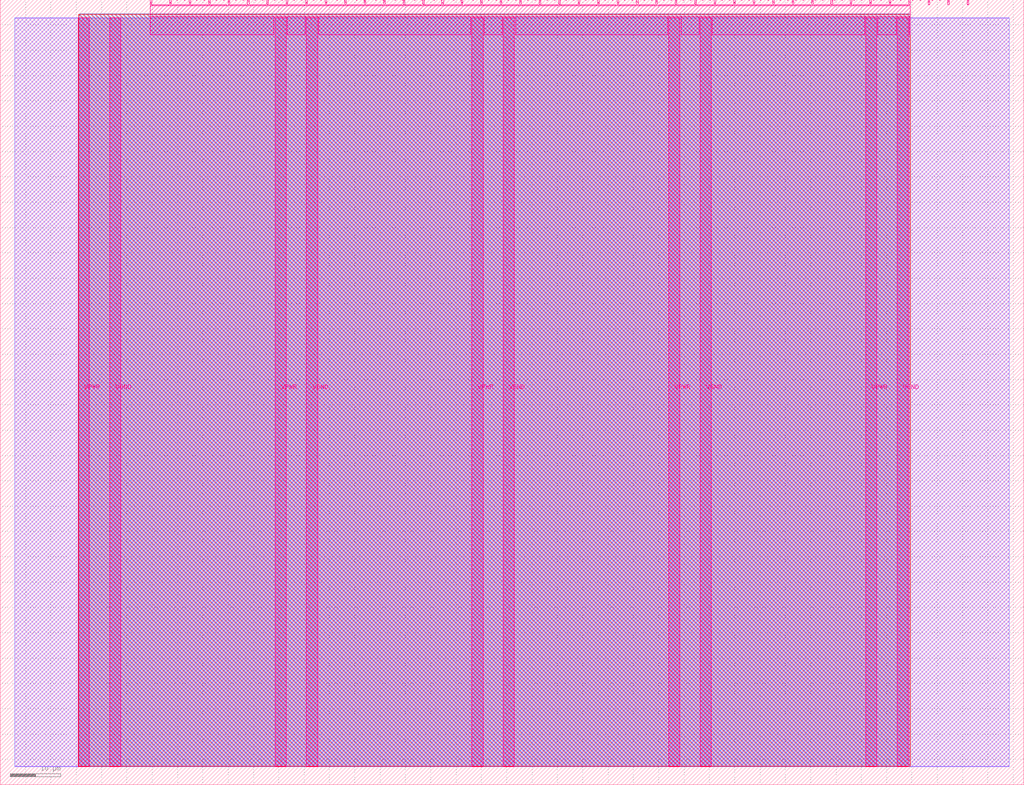
<source format=lef>
VERSION 5.7 ;
  NOWIREEXTENSIONATPIN ON ;
  DIVIDERCHAR "/" ;
  BUSBITCHARS "[]" ;
MACRO tt_um_wokwi_434917624377094145
  CLASS BLOCK ;
  FOREIGN tt_um_wokwi_434917624377094145 ;
  ORIGIN 0.000 0.000 ;
  SIZE 202.080 BY 154.980 ;
  PIN VGND
    DIRECTION INOUT ;
    USE GROUND ;
    PORT
      LAYER Metal5 ;
        RECT 21.580 3.560 23.780 151.420 ;
    END
    PORT
      LAYER Metal5 ;
        RECT 60.450 3.560 62.650 151.420 ;
    END
    PORT
      LAYER Metal5 ;
        RECT 99.320 3.560 101.520 151.420 ;
    END
    PORT
      LAYER Metal5 ;
        RECT 138.190 3.560 140.390 151.420 ;
    END
    PORT
      LAYER Metal5 ;
        RECT 177.060 3.560 179.260 151.420 ;
    END
  END VGND
  PIN VPWR
    DIRECTION INOUT ;
    USE POWER ;
    PORT
      LAYER Metal5 ;
        RECT 15.380 3.560 17.580 151.420 ;
    END
    PORT
      LAYER Metal5 ;
        RECT 54.250 3.560 56.450 151.420 ;
    END
    PORT
      LAYER Metal5 ;
        RECT 93.120 3.560 95.320 151.420 ;
    END
    PORT
      LAYER Metal5 ;
        RECT 131.990 3.560 134.190 151.420 ;
    END
    PORT
      LAYER Metal5 ;
        RECT 170.860 3.560 173.060 151.420 ;
    END
  END VPWR
  PIN clk
    DIRECTION INPUT ;
    USE SIGNAL ;
    PORT
      LAYER Metal5 ;
        RECT 187.050 153.980 187.350 154.980 ;
    END
  END clk
  PIN ena
    DIRECTION INPUT ;
    USE SIGNAL ;
    PORT
      LAYER Metal5 ;
        RECT 190.890 153.980 191.190 154.980 ;
    END
  END ena
  PIN rst_n
    DIRECTION INPUT ;
    USE SIGNAL ;
    PORT
      LAYER Metal5 ;
        RECT 183.210 153.980 183.510 154.980 ;
    END
  END rst_n
  PIN ui_in[0]
    DIRECTION INPUT ;
    USE SIGNAL ;
    ANTENNAGATEAREA 0.361400 ;
    PORT
      LAYER Metal5 ;
        RECT 179.370 153.980 179.670 154.980 ;
    END
  END ui_in[0]
  PIN ui_in[1]
    DIRECTION INPUT ;
    USE SIGNAL ;
    ANTENNAGATEAREA 0.180700 ;
    PORT
      LAYER Metal5 ;
        RECT 175.530 153.980 175.830 154.980 ;
    END
  END ui_in[1]
  PIN ui_in[2]
    DIRECTION INPUT ;
    USE SIGNAL ;
    PORT
      LAYER Metal5 ;
        RECT 171.690 153.980 171.990 154.980 ;
    END
  END ui_in[2]
  PIN ui_in[3]
    DIRECTION INPUT ;
    USE SIGNAL ;
    ANTENNAGATEAREA 0.180700 ;
    PORT
      LAYER Metal5 ;
        RECT 167.850 153.980 168.150 154.980 ;
    END
  END ui_in[3]
  PIN ui_in[4]
    DIRECTION INPUT ;
    USE SIGNAL ;
    ANTENNAGATEAREA 0.180700 ;
    PORT
      LAYER Metal5 ;
        RECT 164.010 153.980 164.310 154.980 ;
    END
  END ui_in[4]
  PIN ui_in[5]
    DIRECTION INPUT ;
    USE SIGNAL ;
    ANTENNAGATEAREA 0.180700 ;
    PORT
      LAYER Metal5 ;
        RECT 160.170 153.980 160.470 154.980 ;
    END
  END ui_in[5]
  PIN ui_in[6]
    DIRECTION INPUT ;
    USE SIGNAL ;
    ANTENNAGATEAREA 0.180700 ;
    PORT
      LAYER Metal5 ;
        RECT 156.330 153.980 156.630 154.980 ;
    END
  END ui_in[6]
  PIN ui_in[7]
    DIRECTION INPUT ;
    USE SIGNAL ;
    ANTENNAGATEAREA 0.180700 ;
    PORT
      LAYER Metal5 ;
        RECT 152.490 153.980 152.790 154.980 ;
    END
  END ui_in[7]
  PIN uio_in[0]
    DIRECTION INPUT ;
    USE SIGNAL ;
    PORT
      LAYER Metal5 ;
        RECT 148.650 153.980 148.950 154.980 ;
    END
  END uio_in[0]
  PIN uio_in[1]
    DIRECTION INPUT ;
    USE SIGNAL ;
    PORT
      LAYER Metal5 ;
        RECT 144.810 153.980 145.110 154.980 ;
    END
  END uio_in[1]
  PIN uio_in[2]
    DIRECTION INPUT ;
    USE SIGNAL ;
    PORT
      LAYER Metal5 ;
        RECT 140.970 153.980 141.270 154.980 ;
    END
  END uio_in[2]
  PIN uio_in[3]
    DIRECTION INPUT ;
    USE SIGNAL ;
    PORT
      LAYER Metal5 ;
        RECT 137.130 153.980 137.430 154.980 ;
    END
  END uio_in[3]
  PIN uio_in[4]
    DIRECTION INPUT ;
    USE SIGNAL ;
    PORT
      LAYER Metal5 ;
        RECT 133.290 153.980 133.590 154.980 ;
    END
  END uio_in[4]
  PIN uio_in[5]
    DIRECTION INPUT ;
    USE SIGNAL ;
    PORT
      LAYER Metal5 ;
        RECT 129.450 153.980 129.750 154.980 ;
    END
  END uio_in[5]
  PIN uio_in[6]
    DIRECTION INPUT ;
    USE SIGNAL ;
    PORT
      LAYER Metal5 ;
        RECT 125.610 153.980 125.910 154.980 ;
    END
  END uio_in[6]
  PIN uio_in[7]
    DIRECTION INPUT ;
    USE SIGNAL ;
    PORT
      LAYER Metal5 ;
        RECT 121.770 153.980 122.070 154.980 ;
    END
  END uio_in[7]
  PIN uio_oe[0]
    DIRECTION OUTPUT ;
    USE SIGNAL ;
    ANTENNADIFFAREA 0.299200 ;
    PORT
      LAYER Metal5 ;
        RECT 56.490 153.980 56.790 154.980 ;
    END
  END uio_oe[0]
  PIN uio_oe[1]
    DIRECTION OUTPUT ;
    USE SIGNAL ;
    ANTENNADIFFAREA 0.299200 ;
    PORT
      LAYER Metal5 ;
        RECT 52.650 153.980 52.950 154.980 ;
    END
  END uio_oe[1]
  PIN uio_oe[2]
    DIRECTION OUTPUT ;
    USE SIGNAL ;
    ANTENNADIFFAREA 0.299200 ;
    PORT
      LAYER Metal5 ;
        RECT 48.810 153.980 49.110 154.980 ;
    END
  END uio_oe[2]
  PIN uio_oe[3]
    DIRECTION OUTPUT ;
    USE SIGNAL ;
    ANTENNADIFFAREA 0.299200 ;
    PORT
      LAYER Metal5 ;
        RECT 44.970 153.980 45.270 154.980 ;
    END
  END uio_oe[3]
  PIN uio_oe[4]
    DIRECTION OUTPUT ;
    USE SIGNAL ;
    ANTENNADIFFAREA 0.299200 ;
    PORT
      LAYER Metal5 ;
        RECT 41.130 153.980 41.430 154.980 ;
    END
  END uio_oe[4]
  PIN uio_oe[5]
    DIRECTION OUTPUT ;
    USE SIGNAL ;
    ANTENNADIFFAREA 0.299200 ;
    PORT
      LAYER Metal5 ;
        RECT 37.290 153.980 37.590 154.980 ;
    END
  END uio_oe[5]
  PIN uio_oe[6]
    DIRECTION OUTPUT ;
    USE SIGNAL ;
    ANTENNADIFFAREA 0.299200 ;
    PORT
      LAYER Metal5 ;
        RECT 33.450 153.980 33.750 154.980 ;
    END
  END uio_oe[6]
  PIN uio_oe[7]
    DIRECTION OUTPUT ;
    USE SIGNAL ;
    ANTENNADIFFAREA 0.299200 ;
    PORT
      LAYER Metal5 ;
        RECT 29.610 153.980 29.910 154.980 ;
    END
  END uio_oe[7]
  PIN uio_out[0]
    DIRECTION OUTPUT ;
    USE SIGNAL ;
    ANTENNADIFFAREA 0.299200 ;
    PORT
      LAYER Metal5 ;
        RECT 87.210 153.980 87.510 154.980 ;
    END
  END uio_out[0]
  PIN uio_out[1]
    DIRECTION OUTPUT ;
    USE SIGNAL ;
    ANTENNADIFFAREA 0.299200 ;
    PORT
      LAYER Metal5 ;
        RECT 83.370 153.980 83.670 154.980 ;
    END
  END uio_out[1]
  PIN uio_out[2]
    DIRECTION OUTPUT ;
    USE SIGNAL ;
    ANTENNADIFFAREA 0.299200 ;
    PORT
      LAYER Metal5 ;
        RECT 79.530 153.980 79.830 154.980 ;
    END
  END uio_out[2]
  PIN uio_out[3]
    DIRECTION OUTPUT ;
    USE SIGNAL ;
    ANTENNADIFFAREA 0.299200 ;
    PORT
      LAYER Metal5 ;
        RECT 75.690 153.980 75.990 154.980 ;
    END
  END uio_out[3]
  PIN uio_out[4]
    DIRECTION OUTPUT ;
    USE SIGNAL ;
    ANTENNADIFFAREA 0.299200 ;
    PORT
      LAYER Metal5 ;
        RECT 71.850 153.980 72.150 154.980 ;
    END
  END uio_out[4]
  PIN uio_out[5]
    DIRECTION OUTPUT ;
    USE SIGNAL ;
    ANTENNADIFFAREA 0.299200 ;
    PORT
      LAYER Metal5 ;
        RECT 68.010 153.980 68.310 154.980 ;
    END
  END uio_out[5]
  PIN uio_out[6]
    DIRECTION OUTPUT ;
    USE SIGNAL ;
    ANTENNADIFFAREA 0.299200 ;
    PORT
      LAYER Metal5 ;
        RECT 64.170 153.980 64.470 154.980 ;
    END
  END uio_out[6]
  PIN uio_out[7]
    DIRECTION OUTPUT ;
    USE SIGNAL ;
    ANTENNADIFFAREA 0.299200 ;
    PORT
      LAYER Metal5 ;
        RECT 60.330 153.980 60.630 154.980 ;
    END
  END uio_out[7]
  PIN uo_out[0]
    DIRECTION OUTPUT ;
    USE SIGNAL ;
    ANTENNADIFFAREA 0.654800 ;
    PORT
      LAYER Metal5 ;
        RECT 117.930 153.980 118.230 154.980 ;
    END
  END uo_out[0]
  PIN uo_out[1]
    DIRECTION OUTPUT ;
    USE SIGNAL ;
    ANTENNADIFFAREA 0.654800 ;
    PORT
      LAYER Metal5 ;
        RECT 114.090 153.980 114.390 154.980 ;
    END
  END uo_out[1]
  PIN uo_out[2]
    DIRECTION OUTPUT ;
    USE SIGNAL ;
    ANTENNADIFFAREA 0.654800 ;
    PORT
      LAYER Metal5 ;
        RECT 110.250 153.980 110.550 154.980 ;
    END
  END uo_out[2]
  PIN uo_out[3]
    DIRECTION OUTPUT ;
    USE SIGNAL ;
    ANTENNADIFFAREA 0.654800 ;
    PORT
      LAYER Metal5 ;
        RECT 106.410 153.980 106.710 154.980 ;
    END
  END uo_out[3]
  PIN uo_out[4]
    DIRECTION OUTPUT ;
    USE SIGNAL ;
    ANTENNADIFFAREA 0.654800 ;
    PORT
      LAYER Metal5 ;
        RECT 102.570 153.980 102.870 154.980 ;
    END
  END uo_out[4]
  PIN uo_out[5]
    DIRECTION OUTPUT ;
    USE SIGNAL ;
    ANTENNADIFFAREA 0.654800 ;
    PORT
      LAYER Metal5 ;
        RECT 98.730 153.980 99.030 154.980 ;
    END
  END uo_out[5]
  PIN uo_out[6]
    DIRECTION OUTPUT ;
    USE SIGNAL ;
    ANTENNADIFFAREA 0.654800 ;
    PORT
      LAYER Metal5 ;
        RECT 94.890 153.980 95.190 154.980 ;
    END
  END uo_out[6]
  PIN uo_out[7]
    DIRECTION OUTPUT ;
    USE SIGNAL ;
    ANTENNADIFFAREA 0.654800 ;
    PORT
      LAYER Metal5 ;
        RECT 91.050 153.980 91.350 154.980 ;
    END
  END uo_out[7]
  OBS
      LAYER GatPoly ;
        RECT 2.880 3.630 199.200 151.350 ;
      LAYER Metal1 ;
        RECT 2.880 3.560 199.200 151.420 ;
      LAYER Metal2 ;
        RECT 15.515 3.680 179.665 152.140 ;
      LAYER Metal3 ;
        RECT 15.560 3.635 179.620 152.185 ;
      LAYER Metal4 ;
        RECT 15.515 3.680 179.665 152.140 ;
      LAYER Metal5 ;
        RECT 30.120 153.770 33.240 153.980 ;
        RECT 33.960 153.770 37.080 153.980 ;
        RECT 37.800 153.770 40.920 153.980 ;
        RECT 41.640 153.770 44.760 153.980 ;
        RECT 45.480 153.770 48.600 153.980 ;
        RECT 49.320 153.770 52.440 153.980 ;
        RECT 53.160 153.770 56.280 153.980 ;
        RECT 57.000 153.770 60.120 153.980 ;
        RECT 60.840 153.770 63.960 153.980 ;
        RECT 64.680 153.770 67.800 153.980 ;
        RECT 68.520 153.770 71.640 153.980 ;
        RECT 72.360 153.770 75.480 153.980 ;
        RECT 76.200 153.770 79.320 153.980 ;
        RECT 80.040 153.770 83.160 153.980 ;
        RECT 83.880 153.770 87.000 153.980 ;
        RECT 87.720 153.770 90.840 153.980 ;
        RECT 91.560 153.770 94.680 153.980 ;
        RECT 95.400 153.770 98.520 153.980 ;
        RECT 99.240 153.770 102.360 153.980 ;
        RECT 103.080 153.770 106.200 153.980 ;
        RECT 106.920 153.770 110.040 153.980 ;
        RECT 110.760 153.770 113.880 153.980 ;
        RECT 114.600 153.770 117.720 153.980 ;
        RECT 118.440 153.770 121.560 153.980 ;
        RECT 122.280 153.770 125.400 153.980 ;
        RECT 126.120 153.770 129.240 153.980 ;
        RECT 129.960 153.770 133.080 153.980 ;
        RECT 133.800 153.770 136.920 153.980 ;
        RECT 137.640 153.770 140.760 153.980 ;
        RECT 141.480 153.770 144.600 153.980 ;
        RECT 145.320 153.770 148.440 153.980 ;
        RECT 149.160 153.770 152.280 153.980 ;
        RECT 153.000 153.770 156.120 153.980 ;
        RECT 156.840 153.770 159.960 153.980 ;
        RECT 160.680 153.770 163.800 153.980 ;
        RECT 164.520 153.770 167.640 153.980 ;
        RECT 168.360 153.770 171.480 153.980 ;
        RECT 172.200 153.770 175.320 153.980 ;
        RECT 176.040 153.770 179.160 153.980 ;
        RECT 29.660 151.630 179.620 153.770 ;
        RECT 29.660 148.115 54.040 151.630 ;
        RECT 56.660 148.115 60.240 151.630 ;
        RECT 62.860 148.115 92.910 151.630 ;
        RECT 95.530 148.115 99.110 151.630 ;
        RECT 101.730 148.115 131.780 151.630 ;
        RECT 134.400 148.115 137.980 151.630 ;
        RECT 140.600 148.115 170.650 151.630 ;
        RECT 173.270 148.115 176.850 151.630 ;
        RECT 179.470 148.115 179.620 151.630 ;
  END
END tt_um_wokwi_434917624377094145
END LIBRARY


</source>
